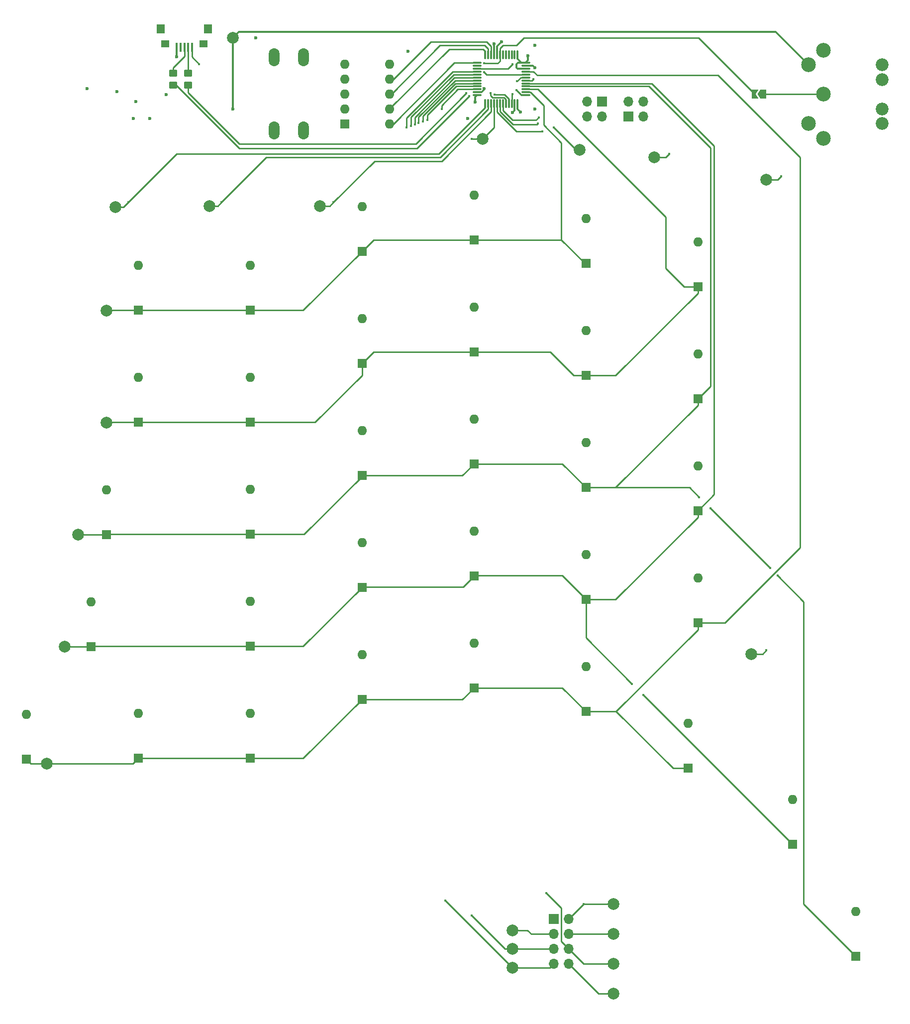
<source format=gbr>
%TF.GenerationSoftware,KiCad,Pcbnew,(6.0.0)*%
%TF.CreationDate,2021-12-31T20:21:35-08:00*%
%TF.ProjectId,thumbler_left,7468756d-626c-4657-925f-6c6566742e6b,rev?*%
%TF.SameCoordinates,Original*%
%TF.FileFunction,Copper,L1,Top*%
%TF.FilePolarity,Positive*%
%FSLAX46Y46*%
G04 Gerber Fmt 4.6, Leading zero omitted, Abs format (unit mm)*
G04 Created by KiCad (PCBNEW (6.0.0)) date 2021-12-31 20:21:35*
%MOMM*%
%LPD*%
G01*
G04 APERTURE LIST*
G04 Aperture macros list*
%AMRoundRect*
0 Rectangle with rounded corners*
0 $1 Rounding radius*
0 $2 $3 $4 $5 $6 $7 $8 $9 X,Y pos of 4 corners*
0 Add a 4 corners polygon primitive as box body*
4,1,4,$2,$3,$4,$5,$6,$7,$8,$9,$2,$3,0*
0 Add four circle primitives for the rounded corners*
1,1,$1+$1,$2,$3*
1,1,$1+$1,$4,$5*
1,1,$1+$1,$6,$7*
1,1,$1+$1,$8,$9*
0 Add four rect primitives between the rounded corners*
20,1,$1+$1,$2,$3,$4,$5,0*
20,1,$1+$1,$4,$5,$6,$7,0*
20,1,$1+$1,$6,$7,$8,$9,0*
20,1,$1+$1,$8,$9,$2,$3,0*%
%AMFreePoly0*
4,1,6,1.000000,0.000000,0.500000,-0.750000,-0.500000,-0.750000,-0.500000,0.750000,0.500000,0.750000,1.000000,0.000000,1.000000,0.000000,$1*%
%AMFreePoly1*
4,1,6,0.500000,-0.750000,-0.650000,-0.750000,-0.150000,0.000000,-0.650000,0.750000,0.500000,0.750000,0.500000,-0.750000,0.500000,-0.750000,$1*%
G04 Aperture macros list end*
%TA.AperFunction,ComponentPad*%
%ADD10R,1.600000X1.600000*%
%TD*%
%TA.AperFunction,ComponentPad*%
%ADD11O,1.600000X1.600000*%
%TD*%
%TA.AperFunction,ComponentPad*%
%ADD12C,2.500000*%
%TD*%
%TA.AperFunction,ComponentPad*%
%ADD13C,2.184400*%
%TD*%
%TA.AperFunction,ComponentPad*%
%ADD14R,1.700000X1.700000*%
%TD*%
%TA.AperFunction,ComponentPad*%
%ADD15O,1.700000X1.700000*%
%TD*%
%TA.AperFunction,SMDPad,CuDef*%
%ADD16RoundRect,0.249999X0.450001X-0.350001X0.450001X0.350001X-0.450001X0.350001X-0.450001X-0.350001X0*%
%TD*%
%TA.AperFunction,SMDPad,CuDef*%
%ADD17RoundRect,0.249999X-0.450001X0.350001X-0.450001X-0.350001X0.450001X-0.350001X0.450001X0.350001X0*%
%TD*%
%TA.AperFunction,SMDPad,CuDef*%
%ADD18C,2.000000*%
%TD*%
%TA.AperFunction,SMDPad,CuDef*%
%ADD19RoundRect,0.075000X-0.075000X0.662500X-0.075000X-0.662500X0.075000X-0.662500X0.075000X0.662500X0*%
%TD*%
%TA.AperFunction,SMDPad,CuDef*%
%ADD20RoundRect,0.075000X-0.662500X0.075000X-0.662500X-0.075000X0.662500X-0.075000X0.662500X0.075000X0*%
%TD*%
%TA.AperFunction,SMDPad,CuDef*%
%ADD21FreePoly0,180.000000*%
%TD*%
%TA.AperFunction,SMDPad,CuDef*%
%ADD22FreePoly1,180.000000*%
%TD*%
%TA.AperFunction,SMDPad,CuDef*%
%ADD23R,0.400000X1.600000*%
%TD*%
%TA.AperFunction,SMDPad,CuDef*%
%ADD24R,1.400000X1.500000*%
%TD*%
%TA.AperFunction,SMDPad,CuDef*%
%ADD25R,1.400000X1.200000*%
%TD*%
%TA.AperFunction,ComponentPad*%
%ADD26O,1.850000X3.048000*%
%TD*%
%TA.AperFunction,ViaPad*%
%ADD27C,0.600000*%
%TD*%
%TA.AperFunction,ViaPad*%
%ADD28C,0.400000*%
%TD*%
%TA.AperFunction,Conductor*%
%ADD29C,0.250000*%
%TD*%
%TA.AperFunction,Conductor*%
%ADD30C,0.350000*%
%TD*%
G04 APERTURE END LIST*
D10*
%TO.P,D6,1,K*%
%TO.N,L_ROW1*%
X107711000Y-186032200D03*
D11*
%TO.P,D6,2,A*%
%TO.N,Net-(D6-Pad2)*%
X107711000Y-178412200D03*
%TD*%
D10*
%TO.P,D3,1,K*%
%TO.N,L_ROW5*%
X88701000Y-262394000D03*
D11*
%TO.P,D3,2,A*%
%TO.N,Net-(D3-Pad2)*%
X88701000Y-254774000D03*
%TD*%
D10*
%TO.P,D29,1,K*%
%TO.N,L_ROW5*%
X201345800Y-263906000D03*
D11*
%TO.P,D29,2,A*%
%TO.N,Net-(D29-Pad2)*%
X201345800Y-256286000D03*
%TD*%
D10*
%TO.P,D30,1,K*%
%TO.N,L_ROW4*%
X219075000Y-276860000D03*
D11*
%TO.P,D30,2,A*%
%TO.N,Net-(D30-Pad2)*%
X219075000Y-269240000D03*
%TD*%
D10*
%TO.P,D31,1,K*%
%TO.N,L_ROW3*%
X229870000Y-295910000D03*
D11*
%TO.P,D31,2,A*%
%TO.N,Net-(D31-Pad2)*%
X229870000Y-288290000D03*
%TD*%
D12*
%TO.P,J4,1*%
%TO.N,GND*%
X224315000Y-141769500D03*
%TO.P,J4,2*%
%TO.N,Net-(J4-Pad2)*%
X224315000Y-149269500D03*
%TO.P,J4,3*%
%TO.N,L_RX*%
X224315000Y-156769500D03*
%TO.P,J4,4*%
%TO.N,+5V*%
X221815000Y-144269500D03*
%TO.P,J4,5*%
%TO.N,L_TX*%
X221815000Y-154269500D03*
D13*
%TO.P,J4,MH*%
%TO.N,N/C*%
X234315000Y-154269500D03*
X234315000Y-144269500D03*
X234315000Y-151769500D03*
X234315000Y-146769500D03*
%TD*%
D14*
%TO.P,J3,1,Pin_1*%
%TO.N,GND*%
X186695000Y-150490000D03*
D15*
%TO.P,J3,2,Pin_2*%
%TO.N,L_SWCLK*%
X186695000Y-153030000D03*
%TO.P,J3,3,Pin_3*%
%TO.N,L_SWDIO*%
X184155000Y-150490000D03*
%TO.P,J3,4,Pin_4*%
%TO.N,+3V3*%
X184155000Y-153030000D03*
%TD*%
D16*
%TO.P,R1,1*%
%TO.N,L_USB_D+*%
X113665000Y-147685000D03*
%TO.P,R1,2*%
%TO.N,Net-(J1-Pad3)*%
X113665000Y-145685000D03*
%TD*%
D17*
%TO.P,R2,1*%
%TO.N,Net-(J1-Pad2)*%
X116205000Y-145685000D03*
%TO.P,R2,2*%
%TO.N,L_USB_D-*%
X116205000Y-147685000D03*
%TD*%
D18*
%TO.P,TP2,1,1*%
%TO.N,L_COL1*%
X214630000Y-163816600D03*
%TD*%
%TO.P,TP3,1,1*%
%TO.N,L_COL2*%
X195580000Y-160020000D03*
%TD*%
%TO.P,TP4,1,1*%
%TO.N,L_COL3*%
X182880000Y-158750000D03*
%TD*%
%TO.P,TP5,1,1*%
%TO.N,L_COL4*%
X166370000Y-156845000D03*
%TD*%
%TO.P,TP7,1,1*%
%TO.N,L_COL6*%
X119816000Y-168275000D03*
%TD*%
%TO.P,TP10,1,1*%
%TO.N,L_ROW1*%
X102290000Y-186067000D03*
%TD*%
%TO.P,TP11,1,1*%
%TO.N,L_ROW2*%
X102290000Y-205117000D03*
%TD*%
%TO.P,TP12,1,1*%
%TO.N,L_ROW3*%
X97464000Y-224155000D03*
%TD*%
%TO.P,TP13,1,1*%
%TO.N,L_ROW4*%
X95250000Y-243205000D03*
%TD*%
%TO.P,TP14,1,1*%
%TO.N,L_ROW5*%
X92202000Y-263144000D03*
%TD*%
%TO.P,TP9,1,1*%
%TO.N,L_COL8*%
X212090000Y-244475000D03*
%TD*%
%TO.P,TP15,1,1*%
%TO.N,ENC_A*%
X188595000Y-292100000D03*
%TD*%
%TO.P,TP16,1,1*%
%TO.N,ENC_B*%
X171450000Y-291465000D03*
%TD*%
%TO.P,TP17,1,1*%
%TO.N,ENC_BN*%
X188595000Y-287020000D03*
%TD*%
%TO.P,TP18,1,1*%
%TO.N,ENC_DN*%
X188595000Y-302260000D03*
%TD*%
%TO.P,TP19,1,1*%
%TO.N,ENC_RT*%
X171450000Y-297815000D03*
%TD*%
%TO.P,TP20,1,1*%
%TO.N,ENC_UP*%
X188595000Y-297180000D03*
%TD*%
%TO.P,TP21,1,1*%
%TO.N,ENC_LF*%
X171450000Y-294640000D03*
%TD*%
D19*
%TO.P,U1,1,VBAT*%
%TO.N,+3V3*%
X172295000Y-142522500D03*
%TO.P,U1,2,PC13*%
%TO.N,unconnected-(U1-Pad2)*%
X171795000Y-142522500D03*
%TO.P,U1,3,PC14*%
%TO.N,unconnected-(U1-Pad3)*%
X171295000Y-142522500D03*
%TO.P,U1,4,PC15*%
%TO.N,unconnected-(U1-Pad4)*%
X170795000Y-142522500D03*
%TO.P,U1,5,PF0*%
%TO.N,unconnected-(U1-Pad5)*%
X170295000Y-142522500D03*
%TO.P,U1,6,PF1*%
%TO.N,unconnected-(U1-Pad6)*%
X169795000Y-142522500D03*
%TO.P,U1,7,NRST*%
%TO.N,~{RST}*%
X169295000Y-142522500D03*
%TO.P,U1,8,VSSA*%
%TO.N,GND*%
X168795000Y-142522500D03*
%TO.P,U1,9,VDDA*%
%TO.N,+3V3*%
X168295000Y-142522500D03*
%TO.P,U1,10,PA0*%
%TO.N,L_OPT4*%
X167795000Y-142522500D03*
%TO.P,U1,11,PA1*%
%TO.N,L_OPT3*%
X167295000Y-142522500D03*
%TO.P,U1,12,PA2*%
%TO.N,L_OPT2*%
X166795000Y-142522500D03*
D20*
%TO.P,U1,13,PA3*%
%TO.N,L_OPT1*%
X165382500Y-143935000D03*
%TO.P,U1,14,PA4*%
%TO.N,unconnected-(U1-Pad14)*%
X165382500Y-144435000D03*
%TO.P,U1,15,PA5*%
%TO.N,L_COL8*%
X165382500Y-144935000D03*
%TO.P,U1,16,PA6*%
%TO.N,ENC_B*%
X165382500Y-145435000D03*
%TO.P,U1,17,PA7*%
%TO.N,ENC_A*%
X165382500Y-145935000D03*
%TO.P,U1,18,PB0*%
%TO.N,ENC_LF*%
X165382500Y-146435000D03*
%TO.P,U1,19,PB1*%
%TO.N,ENC_DN*%
X165382500Y-146935000D03*
%TO.P,U1,20,PB2*%
%TO.N,ENC_RT*%
X165382500Y-147435000D03*
%TO.P,U1,21,PB10*%
%TO.N,ENC_UP*%
X165382500Y-147935000D03*
%TO.P,U1,22,PB11*%
%TO.N,ENC_BN*%
X165382500Y-148435000D03*
%TO.P,U1,23,VSS*%
%TO.N,GND*%
X165382500Y-148935000D03*
%TO.P,U1,24,VDD*%
%TO.N,+3V3*%
X165382500Y-149435000D03*
D19*
%TO.P,U1,25,PB12*%
%TO.N,L_COL7*%
X166795000Y-150847500D03*
%TO.P,U1,26,PB13*%
%TO.N,L_COL6*%
X167295000Y-150847500D03*
%TO.P,U1,27,PB14*%
%TO.N,L_COL5*%
X167795000Y-150847500D03*
%TO.P,U1,28,PB15*%
%TO.N,L_COL4*%
X168295000Y-150847500D03*
%TO.P,U1,29,PA8*%
%TO.N,L_COL3*%
X168795000Y-150847500D03*
%TO.P,U1,30,PA9*%
%TO.N,L_COL2*%
X169295000Y-150847500D03*
%TO.P,U1,31,PA10*%
%TO.N,L_COL1*%
X169795000Y-150847500D03*
%TO.P,U1,32,PA11*%
%TO.N,L_USB_D-*%
X170295000Y-150847500D03*
%TO.P,U1,33,PA12*%
%TO.N,L_USB_D+*%
X170795000Y-150847500D03*
%TO.P,U1,34,PA13*%
%TO.N,L_SWDIO*%
X171295000Y-150847500D03*
%TO.P,U1,35,VSS*%
%TO.N,GND*%
X171795000Y-150847500D03*
%TO.P,U1,36,VDDIO2*%
%TO.N,+3V3*%
X172295000Y-150847500D03*
D20*
%TO.P,U1,37,PA14*%
%TO.N,L_SWCLK*%
X173707500Y-149435000D03*
%TO.P,U1,38,PA15*%
%TO.N,L_ROW1*%
X173707500Y-148935000D03*
%TO.P,U1,39,PB3*%
%TO.N,L_ROW2*%
X173707500Y-148435000D03*
%TO.P,U1,40,PB4*%
%TO.N,L_ROW3*%
X173707500Y-147935000D03*
%TO.P,U1,41,PB5*%
%TO.N,L_ROW4*%
X173707500Y-147435000D03*
%TO.P,U1,42,PB6*%
%TO.N,L_TX*%
X173707500Y-146935000D03*
%TO.P,U1,43,PB7*%
%TO.N,L_RX*%
X173707500Y-146435000D03*
%TO.P,U1,44,BOOT0*%
%TO.N,L_BOOT0*%
X173707500Y-145935000D03*
%TO.P,U1,45,PB8*%
%TO.N,L_ROW5*%
X173707500Y-145435000D03*
%TO.P,U1,46,PB9*%
%TO.N,+3V3*%
X173707500Y-144935000D03*
%TO.P,U1,47,VSS*%
%TO.N,GND*%
X173707500Y-144435000D03*
%TO.P,U1,48,VDD*%
%TO.N,+3V3*%
X173707500Y-143935000D03*
%TD*%
D21*
%TO.P,JP1,1,A*%
%TO.N,Net-(J4-Pad2)*%
X214085000Y-149225000D03*
D22*
%TO.P,JP1,2,B*%
%TO.N,~{RST}*%
X212635000Y-149225000D03*
%TD*%
D14*
%TO.P,J2,1,Pin_1*%
%TO.N,GND*%
X191135000Y-153035000D03*
D15*
%TO.P,J2,2,Pin_2*%
%TO.N,L_TX*%
X191135000Y-150495000D03*
%TO.P,J2,3,Pin_3*%
%TO.N,L_RX*%
X193675000Y-153035000D03*
%TO.P,J2,4,Pin_4*%
%TO.N,+3V3*%
X193675000Y-150495000D03*
%TD*%
D18*
%TO.P,TP6,1,1*%
%TO.N,L_COL5*%
X138612000Y-168275000D03*
%TD*%
D23*
%TO.P,J1,1,VBUS*%
%TO.N,Net-(F1-Pad1)*%
X116895400Y-141278000D03*
%TO.P,J1,2,D-*%
%TO.N,Net-(J1-Pad2)*%
X116245400Y-141278000D03*
%TO.P,J1,3,D+*%
%TO.N,Net-(J1-Pad3)*%
X115595400Y-141278000D03*
%TO.P,J1,4,ID*%
%TO.N,unconnected-(J1-Pad4)*%
X114945400Y-141278000D03*
%TO.P,J1,5,GND*%
%TO.N,GND*%
X114295400Y-141278000D03*
D24*
%TO.P,J1,6,Shield*%
%TO.N,unconnected-(J1-Pad6)*%
X119645400Y-138168000D03*
X111545400Y-138168000D03*
D25*
X112345400Y-140668000D03*
X118845400Y-140668000D03*
%TD*%
D18*
%TO.P,TP1,1,1*%
%TO.N,+5V*%
X123825000Y-139700000D03*
%TD*%
D10*
%TO.P,D9,1,K*%
%TO.N,L_ROW1*%
X126761000Y-186032200D03*
D11*
%TO.P,D9,2,A*%
%TO.N,Net-(D9-Pad2)*%
X126761000Y-178412200D03*
%TD*%
D10*
%TO.P,D14,1,K*%
%TO.N,L_ROW1*%
X145811000Y-176032200D03*
D11*
%TO.P,D14,2,A*%
%TO.N,Net-(D14-Pad2)*%
X145811000Y-168412200D03*
%TD*%
D10*
%TO.P,D19,1,K*%
%TO.N,L_ROW1*%
X164861000Y-174032200D03*
D11*
%TO.P,D19,2,A*%
%TO.N,Net-(D19-Pad2)*%
X164861000Y-166412200D03*
%TD*%
D10*
%TO.P,D24,1,K*%
%TO.N,L_ROW1*%
X183911000Y-178032200D03*
D11*
%TO.P,D24,2,A*%
%TO.N,Net-(D24-Pad2)*%
X183911000Y-170412200D03*
%TD*%
D10*
%TO.P,D32,1,K*%
%TO.N,L_ROW2*%
X202961000Y-182032200D03*
D11*
%TO.P,D32,2,A*%
%TO.N,Net-(D32-Pad2)*%
X202961000Y-174412200D03*
%TD*%
D10*
%TO.P,D7,1,K*%
%TO.N,L_ROW2*%
X107711000Y-205082200D03*
D11*
%TO.P,D7,2,A*%
%TO.N,Net-(D7-Pad2)*%
X107711000Y-197462200D03*
%TD*%
D10*
%TO.P,D10,1,K*%
%TO.N,L_ROW2*%
X126761000Y-205082200D03*
D11*
%TO.P,D10,2,A*%
%TO.N,Net-(D10-Pad2)*%
X126761000Y-197462200D03*
%TD*%
D10*
%TO.P,D15,1,K*%
%TO.N,L_ROW2*%
X145811000Y-195082200D03*
D11*
%TO.P,D15,2,A*%
%TO.N,Net-(D15-Pad2)*%
X145811000Y-187462200D03*
%TD*%
D10*
%TO.P,D20,1,K*%
%TO.N,L_ROW2*%
X164861000Y-193082200D03*
D11*
%TO.P,D20,2,A*%
%TO.N,Net-(D20-Pad2)*%
X164861000Y-185462200D03*
%TD*%
D10*
%TO.P,D25,1,K*%
%TO.N,L_ROW2*%
X183911000Y-197082200D03*
D11*
%TO.P,D25,2,A*%
%TO.N,Net-(D25-Pad2)*%
X183911000Y-189462200D03*
%TD*%
D10*
%TO.P,D33,1,K*%
%TO.N,L_ROW3*%
X202961000Y-201082200D03*
D11*
%TO.P,D33,2,A*%
%TO.N,Net-(D33-Pad2)*%
X202961000Y-193462200D03*
%TD*%
D10*
%TO.P,D4,1,K*%
%TO.N,L_ROW3*%
X102331600Y-224155000D03*
D11*
%TO.P,D4,2,A*%
%TO.N,Net-(D4-Pad2)*%
X102331600Y-216535000D03*
%TD*%
D10*
%TO.P,D11,1,K*%
%TO.N,L_ROW3*%
X126761000Y-224132200D03*
D11*
%TO.P,D11,2,A*%
%TO.N,Net-(D11-Pad2)*%
X126761000Y-216512200D03*
%TD*%
D10*
%TO.P,D16,1,K*%
%TO.N,L_ROW3*%
X145811000Y-214132200D03*
D11*
%TO.P,D16,2,A*%
%TO.N,Net-(D16-Pad2)*%
X145811000Y-206512200D03*
%TD*%
D10*
%TO.P,D21,1,K*%
%TO.N,L_ROW3*%
X164861000Y-212132200D03*
D11*
%TO.P,D21,2,A*%
%TO.N,Net-(D21-Pad2)*%
X164861000Y-204512200D03*
%TD*%
D10*
%TO.P,D26,1,K*%
%TO.N,L_ROW3*%
X183911000Y-216132200D03*
D11*
%TO.P,D26,2,A*%
%TO.N,Net-(D26-Pad2)*%
X183911000Y-208512200D03*
%TD*%
D10*
%TO.P,D34,1,K*%
%TO.N,L_ROW4*%
X202961000Y-220132200D03*
D11*
%TO.P,D34,2,A*%
%TO.N,Net-(D34-Pad2)*%
X202961000Y-212512200D03*
%TD*%
D10*
%TO.P,D5,1,K*%
%TO.N,L_ROW4*%
X99695000Y-243205000D03*
D11*
%TO.P,D5,2,A*%
%TO.N,Net-(D5-Pad2)*%
X99695000Y-235585000D03*
%TD*%
D10*
%TO.P,D12,1,K*%
%TO.N,L_ROW4*%
X126761000Y-243182200D03*
D11*
%TO.P,D12,2,A*%
%TO.N,Net-(D12-Pad2)*%
X126761000Y-235562200D03*
%TD*%
D10*
%TO.P,D17,1,K*%
%TO.N,L_ROW4*%
X145811000Y-233182200D03*
D11*
%TO.P,D17,2,A*%
%TO.N,Net-(D17-Pad2)*%
X145811000Y-225562200D03*
%TD*%
D10*
%TO.P,D22,1,K*%
%TO.N,L_ROW4*%
X164861000Y-231182200D03*
D11*
%TO.P,D22,2,A*%
%TO.N,Net-(D22-Pad2)*%
X164861000Y-223562200D03*
%TD*%
D10*
%TO.P,D27,1,K*%
%TO.N,L_ROW4*%
X183911000Y-235182200D03*
D11*
%TO.P,D27,2,A*%
%TO.N,Net-(D27-Pad2)*%
X183911000Y-227562200D03*
%TD*%
D10*
%TO.P,D35,1,K*%
%TO.N,L_ROW5*%
X202961000Y-239182200D03*
D11*
%TO.P,D35,2,A*%
%TO.N,Net-(D35-Pad2)*%
X202961000Y-231562200D03*
%TD*%
D10*
%TO.P,D8,1,K*%
%TO.N,L_ROW5*%
X107711000Y-262232200D03*
D11*
%TO.P,D8,2,A*%
%TO.N,Net-(D8-Pad2)*%
X107711000Y-254612200D03*
%TD*%
D10*
%TO.P,D13,1,K*%
%TO.N,L_ROW5*%
X126761000Y-262232200D03*
D11*
%TO.P,D13,2,A*%
%TO.N,Net-(D13-Pad2)*%
X126761000Y-254612200D03*
%TD*%
D10*
%TO.P,D18,1,K*%
%TO.N,L_ROW5*%
X145811000Y-252232200D03*
D11*
%TO.P,D18,2,A*%
%TO.N,Net-(D18-Pad2)*%
X145811000Y-244612200D03*
%TD*%
D10*
%TO.P,D23,1,K*%
%TO.N,L_ROW5*%
X164861000Y-250232200D03*
D11*
%TO.P,D23,2,A*%
%TO.N,Net-(D23-Pad2)*%
X164861000Y-242612200D03*
%TD*%
D10*
%TO.P,D28,1,K*%
%TO.N,L_ROW5*%
X183911000Y-254232200D03*
D11*
%TO.P,D28,2,A*%
%TO.N,Net-(D28-Pad2)*%
X183911000Y-246612200D03*
%TD*%
D18*
%TO.P,TP8,1,1*%
%TO.N,L_COL7*%
X103864800Y-168490200D03*
%TD*%
D14*
%TO.P,J9,1,Pin_1*%
%TO.N,GND*%
X178435000Y-289560000D03*
D15*
%TO.P,J9,2,Pin_2*%
%TO.N,ENC_BN*%
X180975000Y-289560000D03*
%TO.P,J9,3,Pin_3*%
%TO.N,ENC_B*%
X178435000Y-292100000D03*
%TO.P,J9,4,Pin_4*%
%TO.N,ENC_A*%
X180975000Y-292100000D03*
%TO.P,J9,5,Pin_5*%
%TO.N,ENC_LF*%
X178435000Y-294640000D03*
%TO.P,J9,6,Pin_6*%
%TO.N,ENC_UP*%
X180975000Y-294640000D03*
%TO.P,J9,7,Pin_7*%
%TO.N,ENC_RT*%
X178435000Y-297180000D03*
%TO.P,J9,8,Pin_8*%
%TO.N,ENC_DN*%
X180975000Y-297180000D03*
%TD*%
D26*
%TO.P,SW1,1,1*%
%TO.N,GND*%
X135850000Y-155465000D03*
X135850000Y-142965000D03*
%TO.P,SW1,2,2*%
%TO.N,~{RST}*%
X130850000Y-155465000D03*
X130850000Y-142965000D03*
%TD*%
D10*
%TO.P,SW2,1*%
%TO.N,GND*%
X142925750Y-154294250D03*
D11*
%TO.P,SW2,2*%
X142925750Y-151754250D03*
%TO.P,SW2,3*%
X142925750Y-149214250D03*
%TO.P,SW2,4*%
X142925750Y-146674250D03*
%TO.P,SW2,5*%
%TO.N,+3V3*%
X142925750Y-144134250D03*
%TO.P,SW2,6*%
%TO.N,L_BOOT0*%
X150545750Y-144134250D03*
%TO.P,SW2,7*%
%TO.N,L_OPT4*%
X150545750Y-146674250D03*
%TO.P,SW2,8*%
%TO.N,L_OPT3*%
X150545750Y-149214250D03*
%TO.P,SW2,9*%
%TO.N,L_OPT2*%
X150545750Y-151754250D03*
%TO.P,SW2,10*%
%TO.N,L_OPT1*%
X150545750Y-154294250D03*
%TD*%
D27*
%TO.N,GND*%
X171450000Y-152400000D03*
X169545000Y-140335000D03*
X163830000Y-153416000D03*
X166624000Y-148336000D03*
X175260000Y-151765000D03*
X127762000Y-139700000D03*
X153670000Y-141986000D03*
X175260000Y-140970000D03*
X114300000Y-142875000D03*
X175259999Y-144779999D03*
X106934000Y-153416000D03*
X109728000Y-153416000D03*
X99060000Y-148336000D03*
X112522000Y-149352000D03*
%TO.N,+3V3*%
X104140000Y-148844000D03*
X107315000Y-150495000D03*
X168323436Y-140675575D03*
X174056100Y-142727600D03*
X172786077Y-152310500D03*
X165039100Y-150628100D03*
D28*
%TO.N,~{RST}*%
X166624000Y-144018000D03*
%TO.N,L_ROW3*%
X216535000Y-231140000D03*
X203200000Y-217805000D03*
X215265000Y-229870000D03*
X205105000Y-219710000D03*
%TO.N,L_ROW4*%
X191770000Y-249555000D03*
X193675000Y-251460000D03*
D27*
%TO.N,+5V*%
X123825000Y-151765000D03*
D28*
%TO.N,L_TX*%
X175006000Y-146685000D03*
%TO.N,L_RX*%
X172212000Y-147066000D03*
%TO.N,L_SWCLK*%
X172085002Y-148590000D03*
%TO.N,L_SWDIO*%
X171450000Y-149225000D03*
%TO.N,L_COL7*%
X106045000Y-167640000D03*
%TO.N,L_BOOT0*%
X166624000Y-145542000D03*
%TO.N,L_USB_D+*%
X168334803Y-149352000D03*
X164084000Y-149606000D03*
%TO.N,L_USB_D-*%
X163576000Y-149098000D03*
X167660136Y-149098000D03*
%TO.N,L_COL6*%
X121920000Y-167640000D03*
%TO.N,L_COL5*%
X140970000Y-167640000D03*
%TO.N,L_COL4*%
X164465000Y-156845000D03*
%TO.N,L_COL3*%
X178435000Y-154940000D03*
X176530000Y-155575000D03*
%TO.N,L_COL2*%
X175702335Y-154264547D03*
X198120000Y-159385000D03*
%TO.N,L_COL8*%
X171450000Y-144145000D03*
X214630000Y-243840000D03*
%TO.N,L_COL1*%
X217170000Y-163195000D03*
X175897840Y-153208100D03*
%TO.N,Net-(F1-Pad1)*%
X118110000Y-144145000D03*
%TO.N,ENC_DN*%
X155448000Y-154178000D03*
%TO.N,ENC_RT*%
X156210000Y-153924000D03*
X160020000Y-286385000D03*
%TO.N,ENC_UP*%
X156972000Y-153670000D03*
X177165000Y-285115000D03*
%TO.N,ENC_LF*%
X154784117Y-154432000D03*
X164465000Y-288925000D03*
%TO.N,ENC_A*%
X154178000Y-154686000D03*
%TO.N,ENC_B*%
X153416000Y-154940000D03*
%TO.N,ENC_BN*%
X159385000Y-151765000D03*
X183514998Y-287020000D03*
%TD*%
D29*
%TO.N,L_USB_D-*%
X170295000Y-150146817D02*
X170005663Y-149857480D01*
X170295000Y-150847500D02*
X170295000Y-150146817D01*
X170005663Y-149857480D02*
X168021472Y-149857480D01*
X168021472Y-149857480D02*
X167660136Y-149496144D01*
X167660136Y-149496144D02*
X167660136Y-149098000D01*
%TO.N,L_USB_D+*%
X170795000Y-150847500D02*
X170795000Y-150071097D01*
X170795000Y-150071097D02*
X170075903Y-149352000D01*
X170075903Y-149352000D02*
X168334803Y-149352000D01*
X113665000Y-147685000D02*
X114201830Y-147685000D01*
X114201830Y-147685000D02*
X124958341Y-158441511D01*
X124958341Y-158441511D02*
X155184989Y-158441511D01*
X155184989Y-158441511D02*
X164020500Y-149606000D01*
X164020500Y-149606000D02*
X164084000Y-149606000D01*
%TO.N,L_USB_D-*%
X116205000Y-147685000D02*
X116205000Y-148971000D01*
X116205000Y-148971000D02*
X124968000Y-157734000D01*
X124968000Y-157734000D02*
X154962414Y-157734000D01*
X163576000Y-149120414D02*
X163576000Y-149098000D01*
X154962414Y-157734000D02*
X163576000Y-149120414D01*
%TO.N,ENC_A*%
X165382500Y-145935000D02*
X161405000Y-145935000D01*
X161405000Y-145935000D02*
X154178000Y-153162000D01*
%TO.N,ENC_B*%
X161270000Y-145435000D02*
X153416000Y-153289000D01*
%TO.N,ENC_A*%
X154178000Y-153162000D02*
X154178000Y-154686000D01*
%TO.N,ENC_DN*%
X161675000Y-146935000D02*
X155448000Y-153162000D01*
%TO.N,ENC_LF*%
X154784117Y-153190883D02*
X154784117Y-154432000D01*
%TO.N,ENC_B*%
X165382500Y-145435000D02*
X161270000Y-145435000D01*
X153416000Y-153289000D02*
X153416000Y-154940000D01*
%TO.N,ENC_DN*%
X155448000Y-153162000D02*
X155448000Y-154178000D01*
%TO.N,ENC_LF*%
X165382500Y-146435000D02*
X161540000Y-146435000D01*
X161540000Y-146435000D02*
X154784117Y-153190883D01*
%TO.N,ENC_DN*%
X165382500Y-146935000D02*
X161675000Y-146935000D01*
%TO.N,ENC_RT*%
X161708882Y-147435000D02*
X156210000Y-152933882D01*
X165382500Y-147435000D02*
X161708882Y-147435000D01*
X156210000Y-152933882D02*
X156210000Y-153924000D01*
%TO.N,ENC_UP*%
X161845424Y-147935000D02*
X156972000Y-152808424D01*
X165382500Y-147935000D02*
X161845424Y-147935000D01*
X156972000Y-152808424D02*
X156972000Y-153670000D01*
%TO.N,L_SWCLK*%
X172930000Y-149435000D02*
X172085000Y-148590000D01*
X173707500Y-149435000D02*
X172930000Y-149435000D01*
D30*
%TO.N,+3V3*%
X172295000Y-151819423D02*
X172786077Y-152310500D01*
X172295000Y-151765000D02*
X172295000Y-150847500D01*
D29*
%TO.N,L_ROW5*%
X207562127Y-239182200D02*
X202961000Y-239182200D01*
X220345000Y-226399327D02*
X207562127Y-239182200D01*
X206391501Y-146066501D02*
X220345000Y-160020000D01*
X220345000Y-160020000D02*
X220345000Y-226399327D01*
X175625138Y-146066501D02*
X206391501Y-146066501D01*
X174993637Y-145435000D02*
X175625138Y-146066501D01*
X173707500Y-145435000D02*
X174993637Y-145435000D01*
%TO.N,L_ROW3*%
X220980000Y-235585000D02*
X216535000Y-231140000D01*
X220980000Y-287020000D02*
X220980000Y-235585000D01*
X229870000Y-295910000D02*
X220980000Y-287020000D01*
%TO.N,~{RST}*%
X169295000Y-141453408D02*
X169295000Y-142522500D01*
X173371501Y-139683499D02*
X172085000Y-140970000D01*
X169778408Y-140970000D02*
X169295000Y-141453408D01*
X203093499Y-139683499D02*
X173371501Y-139683499D01*
X212635000Y-149225000D02*
X203093499Y-139683499D01*
X172085000Y-140970000D02*
X169778408Y-140970000D01*
D30*
%TO.N,GND*%
X168795000Y-141085000D02*
X168795000Y-142522500D01*
X169545000Y-140335000D02*
X168795000Y-141085000D01*
%TO.N,+3V3*%
X172315000Y-143915000D02*
X172950000Y-143915000D01*
X172295000Y-143260000D02*
X172950000Y-143915000D01*
X172950000Y-143915000D02*
X172970000Y-143935000D01*
X172085000Y-144780000D02*
X172085000Y-144145000D01*
X172085000Y-144145000D02*
X172315000Y-143915000D01*
X172240000Y-144935000D02*
X172085000Y-144780000D01*
X173707500Y-144935000D02*
X172240000Y-144935000D01*
D29*
%TO.N,L_COL8*%
X170660000Y-144935000D02*
X171450000Y-144145000D01*
X165382500Y-144935000D02*
X170660000Y-144935000D01*
D30*
%TO.N,GND*%
X173707500Y-144435000D02*
X174406769Y-144435000D01*
X114295400Y-142870400D02*
X114300000Y-142875000D01*
X171795000Y-150847500D02*
X171795000Y-152055000D01*
X166624000Y-148464893D02*
X166624000Y-148336000D01*
X166153893Y-148935000D02*
X166624000Y-148464893D01*
X171795000Y-152055000D02*
X171450000Y-152400000D01*
X114295400Y-141278000D02*
X114295400Y-142870400D01*
X174406769Y-144435000D02*
X174915000Y-144435000D01*
X165382500Y-148935000D02*
X166153893Y-148935000D01*
X174915000Y-144435000D02*
X175259999Y-144779999D01*
%TO.N,+3V3*%
X165039100Y-149778400D02*
X165039100Y-150628100D01*
X174056100Y-142727600D02*
X174056100Y-143489600D01*
X168295000Y-140704011D02*
X168323436Y-140675575D01*
X172295000Y-142522500D02*
X172295000Y-143260000D01*
X173802100Y-143743600D02*
X173802100Y-143840400D01*
X168295000Y-141538500D02*
X168295000Y-140704011D01*
X168295000Y-141538500D02*
X168295000Y-142522500D01*
X173802100Y-143840400D02*
X173707500Y-143935000D01*
X172970000Y-143935000D02*
X173707500Y-143935000D01*
X165039100Y-149778400D02*
X165382500Y-149435000D01*
X174056100Y-143489600D02*
X173802100Y-143743600D01*
D29*
%TO.N,~{RST}*%
X168910000Y-144018000D02*
X166624000Y-144018000D01*
X169295000Y-142522500D02*
X169295000Y-143633000D01*
X169295000Y-143633000D02*
X168910000Y-144018000D01*
%TO.N,L_ROW2*%
X164861000Y-193082200D02*
X147811000Y-193082200D01*
X202961000Y-182032200D02*
X202961000Y-183082200D01*
X175740000Y-148435000D02*
X173707500Y-148435000D01*
X183911000Y-197082200D02*
X181842200Y-197082200D01*
X181842200Y-197082200D02*
X177842200Y-193082200D01*
X145811000Y-197089000D02*
X137817800Y-205082200D01*
X107711000Y-205082200D02*
X102324800Y-205082200D01*
X200592440Y-182032200D02*
X197485000Y-178924760D01*
X126761000Y-205082200D02*
X107711000Y-205082200D01*
X137817800Y-205082200D02*
X126761000Y-205082200D01*
X147811000Y-193082200D02*
X145811000Y-195082200D01*
X202961000Y-183082200D02*
X188961000Y-197082200D01*
X188961000Y-197082200D02*
X183911000Y-197082200D01*
X202961000Y-182032200D02*
X200592440Y-182032200D01*
X102324800Y-205082200D02*
X102290000Y-205117000D01*
X177842200Y-193082200D02*
X164861000Y-193082200D01*
X145811000Y-195082200D02*
X145811000Y-197089000D01*
X197485000Y-178924760D02*
X197485000Y-170180000D01*
X197485000Y-170180000D02*
X175740000Y-148435000D01*
%TO.N,L_ROW3*%
X145811000Y-214234000D02*
X135912800Y-224132200D01*
X164861000Y-212132200D02*
X179911000Y-212132200D01*
X179911000Y-212132200D02*
X183911000Y-216132200D01*
X145811000Y-214132200D02*
X145811000Y-214234000D01*
X201527200Y-216132200D02*
X203200000Y-217805000D01*
X202961000Y-201082200D02*
X202961000Y-202132200D01*
X215265000Y-229870000D02*
X205105000Y-219710000D01*
X194608022Y-147935000D02*
X205105000Y-158431978D01*
X205105000Y-158431978D02*
X205105000Y-198938200D01*
X102331600Y-224155000D02*
X97464000Y-224155000D01*
X162861000Y-214132200D02*
X164861000Y-212132200D01*
X135912800Y-224132200D02*
X126761000Y-224132200D01*
X188961000Y-216132200D02*
X188362800Y-216132200D01*
X188362800Y-216132200D02*
X183911000Y-216132200D01*
X188362800Y-216132200D02*
X201527200Y-216132200D01*
X126761000Y-224132200D02*
X102354400Y-224132200D01*
X145811000Y-214132200D02*
X162861000Y-214132200D01*
X102354400Y-224132200D02*
X102331600Y-224155000D01*
X173707500Y-147935000D02*
X194608022Y-147935000D01*
X202961000Y-202132200D02*
X188961000Y-216132200D01*
X205105000Y-198938200D02*
X202961000Y-201082200D01*
%TO.N,L_ROW4*%
X205740000Y-217353200D02*
X202961000Y-220132200D01*
X205740000Y-158057227D02*
X205740000Y-217353200D01*
X145811000Y-233182200D02*
X135811000Y-243182200D01*
X126761000Y-243182200D02*
X99717800Y-243182200D01*
X188961000Y-235182200D02*
X183911000Y-235182200D01*
X202961000Y-220132200D02*
X202961000Y-221182200D01*
X183911000Y-241696000D02*
X183911000Y-235182200D01*
X99717800Y-243182200D02*
X99695000Y-243205000D01*
X145948200Y-233045000D02*
X145811000Y-233182200D01*
X99695000Y-243205000D02*
X95250000Y-243205000D01*
X164861000Y-231182200D02*
X162998200Y-233045000D01*
X183911000Y-235182200D02*
X179868800Y-231140000D01*
X164903200Y-231140000D02*
X164861000Y-231182200D01*
X179868800Y-231140000D02*
X164903200Y-231140000D01*
X135811000Y-243182200D02*
X126761000Y-243182200D01*
X162998200Y-233045000D02*
X145948200Y-233045000D01*
X202961000Y-221182200D02*
X188961000Y-235182200D01*
X173707500Y-147435000D02*
X195117773Y-147435000D01*
X219075000Y-276860000D02*
X193675000Y-251460000D01*
X195117773Y-147435000D02*
X205740000Y-158057227D01*
X191770000Y-249555000D02*
X183911000Y-241696000D01*
%TO.N,L_ROW5*%
X164861000Y-250232200D02*
X179911000Y-250232200D01*
X126761000Y-262232200D02*
X135811000Y-262232200D01*
X189061000Y-254232200D02*
X198734800Y-263906000D01*
X145811000Y-252232200D02*
X162861000Y-252232200D01*
X88701000Y-262394000D02*
X89451000Y-263144000D01*
X201345800Y-263906000D02*
X198734800Y-263906000D01*
X183911000Y-254232200D02*
X189061000Y-254232200D01*
X179911000Y-250232200D02*
X183911000Y-254232200D01*
X106799200Y-263144000D02*
X107711000Y-262232200D01*
X89451000Y-263144000D02*
X106799200Y-263144000D01*
X135811000Y-262232200D02*
X145811000Y-252232200D01*
X107711000Y-262232200D02*
X126761000Y-262232200D01*
X189061000Y-254232200D02*
X202961000Y-240332200D01*
X202961000Y-240332200D02*
X202961000Y-239182200D01*
X162861000Y-252232200D02*
X164861000Y-250232200D01*
%TO.N,L_ROW1*%
X176722678Y-151159794D02*
X176722678Y-154497678D01*
X179747200Y-174032200D02*
X183747200Y-178032200D01*
X183747200Y-178032200D02*
X183911000Y-178032200D01*
X173707500Y-148935000D02*
X174497884Y-148935000D01*
X164861000Y-174032200D02*
X147811000Y-174032200D01*
X147811000Y-174032200D02*
X145811000Y-176032200D01*
X135811000Y-186032200D02*
X126761000Y-186032200D01*
X174497884Y-148935000D02*
X176722678Y-151159794D01*
X126761000Y-186032200D02*
X107711000Y-186032200D01*
X164861000Y-174032200D02*
X179747200Y-174032200D01*
X176722678Y-154497678D02*
X179747200Y-157522200D01*
X107711000Y-186032200D02*
X102324800Y-186032200D01*
X179747200Y-157522200D02*
X179747200Y-174032200D01*
X145811000Y-176032200D02*
X135811000Y-186032200D01*
X102324800Y-186032200D02*
X102290000Y-186067000D01*
D30*
%TO.N,+5V*%
X123825000Y-139700000D02*
X123825000Y-151765000D01*
X216245500Y-138700000D02*
X124825000Y-138700000D01*
X221815000Y-144269500D02*
X216245500Y-138700000D01*
X124825000Y-138700000D02*
X123825000Y-139700000D01*
D29*
%TO.N,L_TX*%
X173707500Y-146935000D02*
X174756000Y-146935000D01*
X174756000Y-146935000D02*
X175006000Y-146685000D01*
%TO.N,L_RX*%
X173707500Y-146435000D02*
X172843000Y-146435000D01*
X172843000Y-146435000D02*
X172212000Y-147066000D01*
%TO.N,L_SWDIO*%
X171295000Y-149380000D02*
X171450000Y-149225000D01*
X171295000Y-150847500D02*
X171295000Y-149380000D01*
%TO.N,L_COL7*%
X105194800Y-168490200D02*
X103864800Y-168490200D01*
X166795000Y-151514303D02*
X158924303Y-159385000D01*
X114300000Y-159385000D02*
X106045000Y-167640000D01*
X166795000Y-150847500D02*
X166795000Y-151514303D01*
X106045000Y-167640000D02*
X105194800Y-168490200D01*
X158924303Y-159385000D02*
X114300000Y-159385000D01*
%TO.N,L_BOOT0*%
X173707500Y-145935000D02*
X167017000Y-145935000D01*
X167017000Y-145935000D02*
X166624000Y-145542000D01*
%TO.N,L_COL6*%
X159103384Y-160020000D02*
X129540000Y-160020000D01*
X121285000Y-168275000D02*
X119816000Y-168275000D01*
X167295000Y-151828384D02*
X159103384Y-160020000D01*
X167295000Y-150847500D02*
X167295000Y-151828384D01*
X121920000Y-167640000D02*
X121285000Y-168275000D01*
X129540000Y-160020000D02*
X121920000Y-167640000D01*
%TO.N,L_COL5*%
X167795000Y-152245000D02*
X159385000Y-160655000D01*
X159385000Y-160655000D02*
X147955000Y-160655000D01*
X167795000Y-150847500D02*
X167795000Y-152245000D01*
X140970000Y-167640000D02*
X140335000Y-168275000D01*
X147955000Y-160655000D02*
X140970000Y-167640000D01*
X140335000Y-168275000D02*
X138612000Y-168275000D01*
%TO.N,L_COL4*%
X168295000Y-154920000D02*
X166370000Y-156845000D01*
X166370000Y-156845000D02*
X164465000Y-156845000D01*
X168295000Y-150847500D02*
X168295000Y-154920000D01*
%TO.N,L_COL3*%
X172085000Y-155575000D02*
X176530000Y-155575000D01*
X168795000Y-152285000D02*
X172085000Y-155575000D01*
X182880000Y-158750000D02*
X182245000Y-158750000D01*
X168795000Y-150847500D02*
X168795000Y-152285000D01*
X182245000Y-158750000D02*
X178435000Y-154940000D01*
%TO.N,L_COL2*%
X169295000Y-152204633D02*
X171522367Y-154432000D01*
X169295000Y-150847500D02*
X169295000Y-152204633D01*
X171522367Y-154432000D02*
X175534882Y-154432000D01*
X175534882Y-154432000D02*
X175702335Y-154264547D01*
X197485000Y-160020000D02*
X195580000Y-160020000D01*
X198120000Y-159385000D02*
X197485000Y-160020000D01*
%TO.N,L_COL8*%
X214630000Y-243840000D02*
X213995000Y-244475000D01*
X213995000Y-244475000D02*
X212090000Y-244475000D01*
%TO.N,L_COL1*%
X171408307Y-153670000D02*
X175435940Y-153670000D01*
X217170000Y-163195000D02*
X216548400Y-163816600D01*
X169795000Y-152056693D02*
X171408307Y-153670000D01*
X169795000Y-150847500D02*
X169795000Y-152056693D01*
X216548400Y-163816600D02*
X214630000Y-163816600D01*
X175435940Y-153670000D02*
X175897840Y-153208100D01*
%TO.N,L_OPT4*%
X157520000Y-140335000D02*
X151180750Y-146674250D01*
X167795000Y-142522500D02*
X167795000Y-141125000D01*
X151180750Y-146674250D02*
X150545750Y-146674250D01*
X167005000Y-140335000D02*
X157520000Y-140335000D01*
X167795000Y-141125000D02*
X167005000Y-140335000D01*
%TO.N,L_OPT3*%
X159067500Y-140970000D02*
X150823250Y-149214250D01*
X166715000Y-140970000D02*
X159067500Y-140970000D01*
X150823250Y-149214250D02*
X150545750Y-149214250D01*
X167295000Y-142522500D02*
X167295000Y-141550000D01*
X167295000Y-141550000D02*
X166715000Y-140970000D01*
%TO.N,L_OPT2*%
X166795000Y-141958750D02*
X166441250Y-141605000D01*
X166441250Y-141605000D02*
X160655000Y-141605000D01*
X160655000Y-141605000D02*
X150545750Y-151714250D01*
X166795000Y-142522500D02*
X166795000Y-141958750D01*
X150545750Y-151714250D02*
X150545750Y-151754250D01*
%TO.N,L_OPT1*%
X151180750Y-154294250D02*
X150545750Y-154294250D01*
X165382500Y-143935000D02*
X161540000Y-143935000D01*
X161540000Y-143935000D02*
X151180750Y-154294250D01*
%TO.N,Net-(F1-Pad1)*%
X116895400Y-142930400D02*
X118110000Y-144145000D01*
X116895400Y-141278000D02*
X116895400Y-142930400D01*
%TO.N,Net-(J1-Pad2)*%
X116245400Y-141278000D02*
X116245400Y-145644600D01*
X116245400Y-145644600D02*
X116205000Y-145685000D01*
%TO.N,Net-(J1-Pad3)*%
X113665000Y-145685000D02*
X113665000Y-144780000D01*
X115595400Y-142849600D02*
X115595400Y-141278000D01*
X113665000Y-144780000D02*
X115595400Y-142849600D01*
%TO.N,Net-(J4-Pad2)*%
X214129500Y-149269500D02*
X224315000Y-149269500D01*
X214085000Y-149225000D02*
X214129500Y-149269500D01*
%TO.N,ENC_DN*%
X186055000Y-302260000D02*
X188595000Y-302260000D01*
X180975000Y-297180000D02*
X186055000Y-302260000D01*
%TO.N,ENC_RT*%
X171450000Y-297815000D02*
X177800000Y-297815000D01*
X171450000Y-297815000D02*
X160020000Y-286385000D01*
X177800000Y-297815000D02*
X178435000Y-297180000D01*
%TO.N,ENC_UP*%
X179705000Y-293370000D02*
X179705000Y-287655000D01*
X179705000Y-287655000D02*
X177165000Y-285115000D01*
X180975000Y-294640000D02*
X179705000Y-293370000D01*
X180975000Y-294640000D02*
X183515000Y-297180000D01*
X183515000Y-297180000D02*
X188595000Y-297180000D01*
%TO.N,ENC_LF*%
X178435000Y-294640000D02*
X170180000Y-294640000D01*
X170180000Y-294640000D02*
X164465000Y-288925000D01*
%TO.N,ENC_A*%
X180975000Y-292100000D02*
X188595000Y-292100000D01*
%TO.N,ENC_B*%
X174625000Y-292100000D02*
X178435000Y-292100000D01*
X173990000Y-291465000D02*
X174625000Y-292100000D01*
X171450000Y-291465000D02*
X173990000Y-291465000D01*
%TO.N,ENC_BN*%
X165382500Y-148435000D02*
X162122828Y-148435000D01*
X183515000Y-287020000D02*
X188595000Y-287020000D01*
X162122828Y-148435000D02*
X159385000Y-151172828D01*
X180975000Y-289560000D02*
X183515000Y-287020000D01*
X159385000Y-151172828D02*
X159385000Y-151765000D01*
%TD*%
M02*

</source>
